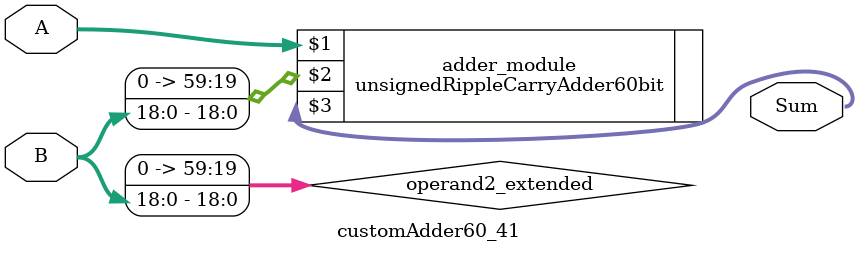
<source format=v>
module customAdder60_41(
                        input [59 : 0] A,
                        input [18 : 0] B,
                        
                        output [60 : 0] Sum
                );

        wire [59 : 0] operand2_extended;
        
        assign operand2_extended =  {41'b0, B};
        
        unsignedRippleCarryAdder60bit adder_module(
            A,
            operand2_extended,
            Sum
        );
        
        endmodule
        
</source>
